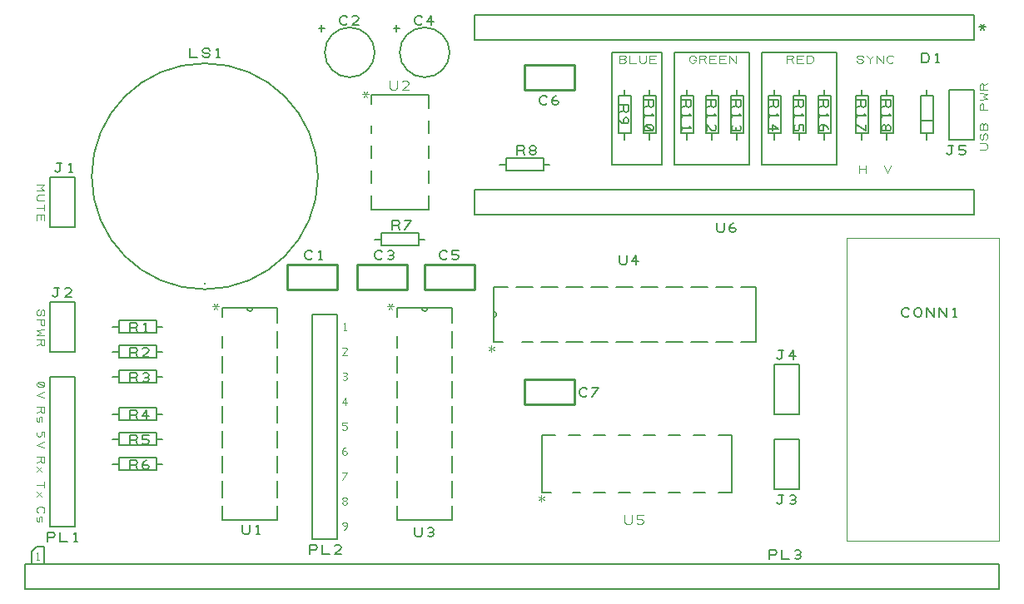
<source format=gbr>
G04 DesignSpark PCB Gerber Version 10.0 Build 5299*
G04 #@! TF.Part,Single*
G04 #@! TF.FileFunction,Legend,Top*
G04 #@! TF.FilePolarity,Positive*
%FSLAX35Y35*%
%MOIN*%
%ADD92C,0.00300*%
%ADD93C,0.00394*%
%ADD79C,0.00400*%
%ADD10C,0.00500*%
%ADD84C,0.00600*%
%ADD95C,0.00787*%
%ADD94C,0.00800*%
%ADD11C,0.01000*%
G04 #@! TD.AperFunction*
X0Y0D02*
D02*
D10*
X44250Y15250D02*
X434250D01*
Y25250D01*
X44250D01*
Y15250D01*
X46750Y25250D02*
X51750D01*
Y32250D01*
X48750D01*
X46750Y30250D01*
Y25250D01*
X53250Y34187D02*
Y37937D01*
X55437D01*
X56063Y37625D01*
X56375Y37000D01*
X56063Y36375D01*
X55437Y36063D01*
X53250D01*
X58250Y37937D02*
Y34187D01*
X61375D01*
X63875D02*
X65125D01*
X64500D02*
Y37937D01*
X63875Y37313D01*
X55250Y132813D02*
X55563Y132500D01*
X56187Y132187D01*
X56813Y132500D01*
X57125Y132813D01*
Y135937D01*
X57750D01*
X57125D02*
X55875D01*
X62750Y132187D02*
X60250D01*
X62437Y134375D01*
X62750Y135000D01*
X62437Y135625D01*
X61813Y135937D01*
X60875D01*
X60250Y135625D01*
X56250Y182813D02*
X56563Y182500D01*
X57187Y182187D01*
X57813Y182500D01*
X58125Y182813D01*
Y185937D01*
X58750D01*
X58125D02*
X56875D01*
X61875Y182187D02*
X63125D01*
X62500D02*
Y185937D01*
X61875Y185313D01*
X81750Y65250D02*
X79250D01*
X81750Y75250D02*
X79250D01*
X81750Y85250D02*
X79250D01*
X81750Y100250D02*
X79250D01*
X81750Y110250D02*
X79250D01*
X81750Y120250D02*
X79250D01*
X86250Y63187D02*
Y66937D01*
X88437D01*
X89063Y66625D01*
X89375Y66000D01*
X89063Y65375D01*
X88437Y65063D01*
X86250D01*
X88437D02*
X89375Y63187D01*
X91250Y64125D02*
X91563Y64750D01*
X92187Y65063D01*
X92813D01*
X93437Y64750D01*
X93750Y64125D01*
X93437Y63500D01*
X92813Y63187D01*
X92187D01*
X91563Y63500D01*
X91250Y64125D01*
Y65063D01*
X91563Y66000D01*
X92187Y66625D01*
X92813Y66937D01*
X86250Y73187D02*
Y76937D01*
X88437D01*
X89063Y76625D01*
X89375Y76000D01*
X89063Y75375D01*
X88437Y75063D01*
X86250D01*
X88437D02*
X89375Y73187D01*
X91250Y73500D02*
X91875Y73187D01*
X92813D01*
X93437Y73500D01*
X93750Y74125D01*
Y74437D01*
X93437Y75063D01*
X92813Y75375D01*
X91250D01*
Y76937D01*
X93750D01*
X86250Y83187D02*
Y86937D01*
X88437D01*
X89063Y86625D01*
X89375Y86000D01*
X89063Y85375D01*
X88437Y85063D01*
X86250D01*
X88437D02*
X89375Y83187D01*
X92813D02*
Y86937D01*
X91250Y84437D01*
X93750D01*
X86250Y98187D02*
Y101937D01*
X88437D01*
X89063Y101625D01*
X89375Y101000D01*
X89063Y100375D01*
X88437Y100063D01*
X86250D01*
X88437D02*
X89375Y98187D01*
X91563Y98500D02*
X92187Y98187D01*
X92813D01*
X93437Y98500D01*
X93750Y99125D01*
X93437Y99750D01*
X92813Y100063D01*
X92187D01*
X92813D02*
X93437Y100375D01*
X93750Y101000D01*
X93437Y101625D01*
X92813Y101937D01*
X92187D01*
X91563Y101625D01*
X86250Y108187D02*
Y111937D01*
X88437D01*
X89063Y111625D01*
X89375Y111000D01*
X89063Y110375D01*
X88437Y110063D01*
X86250D01*
X88437D02*
X89375Y108187D01*
X93750D02*
X91250D01*
X93437Y110375D01*
X93750Y111000D01*
X93437Y111625D01*
X92813Y111937D01*
X91875D01*
X91250Y111625D01*
X86250Y118187D02*
Y121937D01*
X88437D01*
X89063Y121625D01*
X89375Y121000D01*
X89063Y120375D01*
X88437Y120063D01*
X86250D01*
X88437D02*
X89375Y118187D01*
X91875D02*
X93125D01*
X92500D02*
Y121937D01*
X91875Y121313D01*
X96750Y67750D02*
Y62750D01*
X81750D01*
Y67750D01*
X96750D01*
Y77750D02*
Y72750D01*
X81750D01*
Y77750D01*
X96750D01*
Y87750D02*
Y82750D01*
X81750D01*
Y87750D01*
X96750D01*
Y102750D02*
Y97750D01*
X81750D01*
Y102750D01*
X96750D01*
Y112750D02*
Y107750D01*
X81750D01*
Y112750D01*
X96750D01*
Y122750D02*
Y117750D01*
X81750D01*
Y122750D01*
X96750D01*
X99250Y65250D02*
X96750D01*
X99250Y75250D02*
X96750D01*
X99250Y85250D02*
X96750D01*
X99250Y100250D02*
X96750D01*
X99250Y110250D02*
X96750D01*
X99250Y120250D02*
X96750D01*
X110250Y231937D02*
Y228187D01*
X113375D01*
X115250Y229125D02*
X115563Y228500D01*
X116187Y228187D01*
X117437D01*
X118063Y228500D01*
X118375Y229125D01*
X118063Y229750D01*
X117437Y230063D01*
X116187D01*
X115563Y230375D01*
X115250Y231000D01*
X115563Y231625D01*
X116187Y231937D01*
X117437D01*
X118063Y231625D01*
X118375Y231000D01*
X120875Y228187D02*
X122125D01*
X121500D02*
Y231937D01*
X120875Y231313D01*
X131250Y40937D02*
Y38125D01*
X131563Y37500D01*
X132187Y37187D01*
X133437D01*
X134063Y37500D01*
X134375Y38125D01*
Y40937D01*
X136875Y37187D02*
X138125D01*
X137500D02*
Y40937D01*
X136875Y40313D01*
X159375Y147813D02*
X159063Y147500D01*
X158437Y147187D01*
X157500D01*
X156875Y147500D01*
X156563Y147813D01*
X156250Y148437D01*
Y149687D01*
X156563Y150313D01*
X156875Y150625D01*
X157500Y150937D01*
X158437D01*
X159063Y150625D01*
X159375Y150313D01*
X161875Y147187D02*
X163125D01*
X162500D02*
Y150937D01*
X161875Y150313D01*
X158250Y29187D02*
Y32937D01*
X160437D01*
X161063Y32625D01*
X161375Y32000D01*
X161063Y31375D01*
X160437Y31063D01*
X158250D01*
X163250Y32937D02*
Y29187D01*
X166375D01*
X170750D02*
X168250D01*
X170437Y31375D01*
X170750Y32000D01*
X170437Y32625D01*
X169813Y32937D01*
X168875D01*
X168250Y32625D01*
X161750Y239937D02*
X164250D01*
X163000Y238687D02*
Y241187D01*
X164250Y230250D02*
G75*
G02*
X174250Y240250I10000J0D01*
G01*
G75*
G02*
X184250Y230250I0J-10000D01*
G01*
G75*
G02*
X174250Y220250I-10000J0D01*
G01*
G75*
G02*
X164250Y230250I0J10000D01*
G01*
X173375Y241813D02*
X173063Y241500D01*
X172437Y241187D01*
X171500D01*
X170875Y241500D01*
X170563Y241813D01*
X170250Y242437D01*
Y243687D01*
X170563Y244313D01*
X170875Y244625D01*
X171500Y244937D01*
X172437D01*
X173063Y244625D01*
X173375Y244313D01*
X177750Y241187D02*
X175250D01*
X177437Y243375D01*
X177750Y244000D01*
X177437Y244625D01*
X176813Y244937D01*
X175875D01*
X175250Y244625D01*
X187375Y147813D02*
X187063Y147500D01*
X186437Y147187D01*
X185500D01*
X184875Y147500D01*
X184563Y147813D01*
X184250Y148437D01*
Y149687D01*
X184563Y150313D01*
X184875Y150625D01*
X185500Y150937D01*
X186437D01*
X187063Y150625D01*
X187375Y150313D01*
X189563Y147500D02*
X190187Y147187D01*
X190813D01*
X191437Y147500D01*
X191750Y148125D01*
X191437Y148750D01*
X190813Y149063D01*
X190187D01*
X190813D02*
X191437Y149375D01*
X191750Y150000D01*
X191437Y150625D01*
X190813Y150937D01*
X190187D01*
X189563Y150625D01*
X184250Y155250D02*
X186750D01*
Y152750D02*
Y157750D01*
X201750D01*
Y152750D01*
X186750D01*
X191250Y159187D02*
Y162937D01*
X193437D01*
X194063Y162625D01*
X194375Y162000D01*
X194063Y161375D01*
X193437Y161063D01*
X191250D01*
X193437D02*
X194375Y159187D01*
X196250D02*
X198750Y162937D01*
X196250D01*
X191750Y239937D02*
X194250D01*
X193000Y238687D02*
Y241187D01*
X194250Y230250D02*
G75*
G02*
X204250Y240250I10000J0D01*
G01*
G75*
G02*
X214250Y230250I0J-10000D01*
G01*
G75*
G02*
X204250Y220250I-10000J0D01*
G01*
G75*
G02*
X194250Y230250I0J10000D01*
G01*
X200250Y39937D02*
Y37125D01*
X200563Y36500D01*
X201187Y36187D01*
X202437D01*
X203063Y36500D01*
X203375Y37125D01*
Y39937D01*
X205563Y36500D02*
X206187Y36187D01*
X206813D01*
X207437Y36500D01*
X207750Y37125D01*
X207437Y37750D01*
X206813Y38063D01*
X206187D01*
X206813D02*
X207437Y38375D01*
X207750Y39000D01*
X207437Y39625D01*
X206813Y39937D01*
X206187D01*
X205563Y39625D01*
X203375Y241813D02*
X203063Y241500D01*
X202437Y241187D01*
X201500D01*
X200875Y241500D01*
X200563Y241813D01*
X200250Y242437D01*
Y243687D01*
X200563Y244313D01*
X200875Y244625D01*
X201500Y244937D01*
X202437D01*
X203063Y244625D01*
X203375Y244313D01*
X206813Y241187D02*
Y244937D01*
X205250Y242437D01*
X207750D01*
X201750Y155250D02*
X204250D01*
X213375Y147813D02*
X213063Y147500D01*
X212437Y147187D01*
X211500D01*
X210875Y147500D01*
X210563Y147813D01*
X210250Y148437D01*
Y149687D01*
X210563Y150313D01*
X210875Y150625D01*
X211500Y150937D01*
X212437D01*
X213063Y150625D01*
X213375Y150313D01*
X215250Y147500D02*
X215875Y147187D01*
X216813D01*
X217437Y147500D01*
X217750Y148125D01*
Y148437D01*
X217437Y149063D01*
X216813Y149375D01*
X215250D01*
Y150937D01*
X217750D01*
X236750Y185250D02*
X234250D01*
X241250Y189187D02*
Y192937D01*
X243437D01*
X244063Y192625D01*
X244375Y192000D01*
X244063Y191375D01*
X243437Y191063D01*
X241250D01*
X243437D02*
X244375Y189187D01*
X247187Y191063D02*
X247813D01*
X248437Y191375D01*
X248750Y192000D01*
X248437Y192625D01*
X247813Y192937D01*
X247187D01*
X246563Y192625D01*
X246250Y192000D01*
X246563Y191375D01*
X247187Y191063D01*
X246563Y190750D01*
X246250Y190125D01*
X246563Y189500D01*
X247187Y189187D01*
X247813D01*
X248437Y189500D01*
X248750Y190125D01*
X248437Y190750D01*
X247813Y191063D01*
X253375Y209813D02*
X253063Y209500D01*
X252437Y209187D01*
X251500D01*
X250875Y209500D01*
X250563Y209813D01*
X250250Y210437D01*
Y211687D01*
X250563Y212313D01*
X250875Y212625D01*
X251500Y212937D01*
X252437D01*
X253063Y212625D01*
X253375Y212313D01*
X255250Y210125D02*
X255563Y210750D01*
X256187Y211063D01*
X256813D01*
X257437Y210750D01*
X257750Y210125D01*
X257437Y209500D01*
X256813Y209187D01*
X256187D01*
X255563Y209500D01*
X255250Y210125D01*
Y211063D01*
X255563Y212000D01*
X256187Y212625D01*
X256813Y212937D01*
X251750Y187750D02*
Y182750D01*
X236750D01*
Y187750D01*
X251750D01*
X254250Y185250D02*
X251750D01*
X269375Y92813D02*
X269063Y92500D01*
X268437Y92187D01*
X267500D01*
X266875Y92500D01*
X266563Y92813D01*
X266250Y93437D01*
Y94687D01*
X266563Y95313D01*
X266875Y95625D01*
X267500Y95937D01*
X268437D01*
X269063Y95625D01*
X269375Y95313D01*
X271250Y92187D02*
X273750Y95937D01*
X271250D01*
X279250Y185250D02*
X299250D01*
Y230250D01*
X279250D01*
Y185250D01*
X282187Y209250D02*
X285937D01*
Y207063D01*
X285625Y206437D01*
X285000Y206125D01*
X284375Y206437D01*
X284063Y207063D01*
Y209250D01*
Y207063D02*
X282187Y206125D01*
Y203313D02*
X282500Y202687D01*
X283125Y202063D01*
X284063Y201750D01*
X285000D01*
X285625Y202063D01*
X285937Y202687D01*
Y203313D01*
X285625Y203937D01*
X285000Y204250D01*
X284375Y203937D01*
X284063Y203313D01*
Y202687D01*
X284375Y202063D01*
X285000Y201750D01*
X281750Y212750D02*
X286750D01*
Y197750D01*
X281750D01*
Y212750D01*
X282250Y148937D02*
Y146125D01*
X282563Y145500D01*
X283187Y145187D01*
X284437D01*
X285063Y145500D01*
X285375Y146125D01*
Y148937D01*
X288813Y145187D02*
Y148937D01*
X287250Y146437D01*
X289750D01*
X284250Y197750D02*
Y195250D01*
Y215250D02*
Y212750D01*
X292187Y211250D02*
X295937D01*
Y209063D01*
X295625Y208437D01*
X295000Y208125D01*
X294375Y208437D01*
X294063Y209063D01*
Y211250D01*
Y209063D02*
X292187Y208125D01*
Y205625D02*
Y204375D01*
Y205000D02*
X295937D01*
X295313Y205625D01*
X292500Y200937D02*
X292187Y200313D01*
Y199687D01*
X292500Y199063D01*
X293125Y198750D01*
X295000D01*
X295625Y199063D01*
X295937Y199687D01*
Y200313D01*
X295625Y200937D01*
X295000Y201250D01*
X293125D01*
X292500Y200937D01*
X295625Y199063D01*
X291750Y212750D02*
X296750D01*
Y197750D01*
X291750D01*
Y212750D01*
X294250Y197750D02*
Y195250D01*
Y215250D02*
Y212750D01*
X304250Y185250D02*
X334250D01*
Y230250D01*
X304250D01*
Y185250D01*
X307187Y211250D02*
X310937D01*
Y209063D01*
X310625Y208437D01*
X310000Y208125D01*
X309375Y208437D01*
X309063Y209063D01*
Y211250D01*
Y209063D02*
X307187Y208125D01*
Y205625D02*
Y204375D01*
Y205000D02*
X310937D01*
X310313Y205625D01*
X307187Y200625D02*
Y199375D01*
Y200000D02*
X310937D01*
X310313Y200625D01*
X306750Y212750D02*
X311750D01*
Y197750D01*
X306750D01*
Y212750D01*
X309250Y197750D02*
Y195250D01*
Y215250D02*
Y212750D01*
X317187Y211250D02*
X320937D01*
Y209063D01*
X320625Y208437D01*
X320000Y208125D01*
X319375Y208437D01*
X319063Y209063D01*
Y211250D01*
Y209063D02*
X317187Y208125D01*
Y205625D02*
Y204375D01*
Y205000D02*
X320937D01*
X320313Y205625D01*
X317187Y198750D02*
Y201250D01*
X319375Y199063D01*
X320000Y198750D01*
X320625Y199063D01*
X320937Y199687D01*
Y200625D01*
X320625Y201250D01*
X316750Y212750D02*
X321750D01*
Y197750D01*
X316750D01*
Y212750D01*
X319250Y197750D02*
Y195250D01*
Y215250D02*
Y212750D01*
X321250Y161937D02*
Y159125D01*
X321563Y158500D01*
X322187Y158187D01*
X323437D01*
X324063Y158500D01*
X324375Y159125D01*
Y161937D01*
X326250Y159125D02*
X326563Y159750D01*
X327187Y160063D01*
X327813D01*
X328437Y159750D01*
X328750Y159125D01*
X328437Y158500D01*
X327813Y158187D01*
X327187D01*
X326563Y158500D01*
X326250Y159125D01*
Y160063D01*
X326563Y161000D01*
X327187Y161625D01*
X327813Y161937D01*
X327187Y211250D02*
X330937D01*
Y209063D01*
X330625Y208437D01*
X330000Y208125D01*
X329375Y208437D01*
X329063Y209063D01*
Y211250D01*
Y209063D02*
X327187Y208125D01*
Y205625D02*
Y204375D01*
Y205000D02*
X330937D01*
X330313Y205625D01*
X327500Y200937D02*
X327187Y200313D01*
Y199687D01*
X327500Y199063D01*
X328125Y198750D01*
X328750Y199063D01*
X329063Y199687D01*
Y200313D01*
Y199687D02*
X329375Y199063D01*
X330000Y198750D01*
X330625Y199063D01*
X330937Y199687D01*
Y200313D01*
X330625Y200937D01*
X326750Y212750D02*
X331750D01*
Y197750D01*
X326750D01*
Y212750D01*
X329250Y197750D02*
Y195250D01*
Y215250D02*
Y212750D01*
X339250Y185250D02*
X369250D01*
Y230250D01*
X339250D01*
Y185250D01*
X342187Y211250D02*
X345937D01*
Y209063D01*
X345625Y208437D01*
X345000Y208125D01*
X344375Y208437D01*
X344063Y209063D01*
Y211250D01*
Y209063D02*
X342187Y208125D01*
Y205625D02*
Y204375D01*
Y205000D02*
X345937D01*
X345313Y205625D01*
X342187Y199687D02*
X345937D01*
X343437Y201250D01*
Y198750D01*
X341750Y212750D02*
X346750D01*
Y197750D01*
X341750D01*
Y212750D01*
X342250Y27187D02*
Y30937D01*
X344437D01*
X345063Y30625D01*
X345375Y30000D01*
X345063Y29375D01*
X344437Y29063D01*
X342250D01*
X347250Y30937D02*
Y27187D01*
X350375D01*
X352563Y27500D02*
X353187Y27187D01*
X353813D01*
X354437Y27500D01*
X354750Y28125D01*
X354437Y28750D01*
X353813Y29063D01*
X353187D01*
X353813D02*
X354437Y29375D01*
X354750Y30000D01*
X354437Y30625D01*
X353813Y30937D01*
X353187D01*
X352563Y30625D01*
X344250Y197750D02*
Y195250D01*
Y215250D02*
Y212750D01*
X345250Y49813D02*
X345563Y49500D01*
X346187Y49187D01*
X346813Y49500D01*
X347125Y49813D01*
Y52937D01*
X347750D01*
X347125D02*
X345875D01*
X350563Y49500D02*
X351187Y49187D01*
X351813D01*
X352437Y49500D01*
X352750Y50125D01*
X352437Y50750D01*
X351813Y51063D01*
X351187D01*
X351813D02*
X352437Y51375D01*
X352750Y52000D01*
X352437Y52625D01*
X351813Y52937D01*
X351187D01*
X350563Y52625D01*
X345250Y107813D02*
X345563Y107500D01*
X346187Y107187D01*
X346813Y107500D01*
X347125Y107813D01*
Y110937D01*
X347750D01*
X347125D02*
X345875D01*
X351813Y107187D02*
Y110937D01*
X350250Y108437D01*
X352750D01*
X352187Y211250D02*
X355937D01*
Y209063D01*
X355625Y208437D01*
X355000Y208125D01*
X354375Y208437D01*
X354063Y209063D01*
Y211250D01*
Y209063D02*
X352187Y208125D01*
Y205625D02*
Y204375D01*
Y205000D02*
X355937D01*
X355313Y205625D01*
X352500Y201250D02*
X352187Y200625D01*
Y199687D01*
X352500Y199063D01*
X353125Y198750D01*
X353437D01*
X354063Y199063D01*
X354375Y199687D01*
Y201250D01*
X355937D01*
Y198750D01*
X351750Y212750D02*
X356750D01*
Y197750D01*
X351750D01*
Y212750D01*
X354250Y197750D02*
Y195250D01*
Y215250D02*
Y212750D01*
X362187Y211250D02*
X365937D01*
Y209063D01*
X365625Y208437D01*
X365000Y208125D01*
X364375Y208437D01*
X364063Y209063D01*
Y211250D01*
Y209063D02*
X362187Y208125D01*
Y205625D02*
Y204375D01*
Y205000D02*
X365937D01*
X365313Y205625D01*
X363125Y201250D02*
X363750Y200937D01*
X364063Y200313D01*
Y199687D01*
X363750Y199063D01*
X363125Y198750D01*
X362500Y199063D01*
X362187Y199687D01*
Y200313D01*
X362500Y200937D01*
X363125Y201250D01*
X364063D01*
X365000Y200937D01*
X365625Y200313D01*
X365937Y199687D01*
X361750Y212750D02*
X366750D01*
Y197750D01*
X361750D01*
Y212750D01*
X364250Y197750D02*
Y195250D01*
Y215250D02*
Y212750D01*
X377187Y211250D02*
X380937D01*
Y209063D01*
X380625Y208437D01*
X380000Y208125D01*
X379375Y208437D01*
X379063Y209063D01*
Y211250D01*
Y209063D02*
X377187Y208125D01*
Y205625D02*
Y204375D01*
Y205000D02*
X380937D01*
X380313Y205625D01*
X377187Y201250D02*
X380937Y198750D01*
Y201250D01*
X376750Y212750D02*
X381750D01*
Y197750D01*
X376750D01*
Y212750D01*
X379250Y197750D02*
Y195250D01*
Y215250D02*
Y212750D01*
X387187Y211250D02*
X390937D01*
Y209063D01*
X390625Y208437D01*
X390000Y208125D01*
X389375Y208437D01*
X389063Y209063D01*
Y211250D01*
Y209063D02*
X387187Y208125D01*
Y205625D02*
Y204375D01*
Y205000D02*
X390937D01*
X390313Y205625D01*
X389063Y200313D02*
Y199687D01*
X389375Y199063D01*
X390000Y198750D01*
X390625Y199063D01*
X390937Y199687D01*
Y200313D01*
X390625Y200937D01*
X390000Y201250D01*
X389375Y200937D01*
X389063Y200313D01*
X388750Y200937D01*
X388125Y201250D01*
X387500Y200937D01*
X387187Y200313D01*
Y199687D01*
X387500Y199063D01*
X388125Y198750D01*
X388750Y199063D01*
X389063Y199687D01*
X386750Y212750D02*
X391750D01*
Y197750D01*
X386750D01*
Y212750D01*
X389250Y197750D02*
Y195250D01*
Y215250D02*
Y212750D01*
X398375Y124813D02*
X398063Y124500D01*
X397437Y124187D01*
X396500D01*
X395875Y124500D01*
X395563Y124813D01*
X395250Y125437D01*
Y126687D01*
X395563Y127313D01*
X395875Y127625D01*
X396500Y127937D01*
X397437D01*
X398063Y127625D01*
X398375Y127313D01*
X400250Y125437D02*
Y126687D01*
X400563Y127313D01*
X400875Y127625D01*
X401500Y127937D01*
X402125D01*
X402750Y127625D01*
X403063Y127313D01*
X403375Y126687D01*
Y125437D01*
X403063Y124813D01*
X402750Y124500D01*
X402125Y124187D01*
X401500D01*
X400875Y124500D01*
X400563Y124813D01*
X400250Y125437D01*
X405250Y124187D02*
Y127937D01*
X408375Y124187D01*
Y127937D01*
X410250Y124187D02*
Y127937D01*
X413375Y124187D01*
Y127937D01*
X415875Y124187D02*
X417125D01*
X416500D02*
Y127937D01*
X415875Y127313D01*
X402750Y202750D02*
X407750D01*
Y197750D01*
X402750D01*
Y202750D01*
Y212750D02*
X407750D01*
Y197750D01*
X402750D01*
Y212750D01*
X403250Y226187D02*
Y229937D01*
X405125D01*
X405750Y229625D01*
X406063Y229313D01*
X406375Y228687D01*
Y227437D01*
X406063Y226813D01*
X405750Y226500D01*
X405125Y226187D01*
X403250D01*
X408875D02*
X410125D01*
X409500D02*
Y229937D01*
X408875Y229313D01*
X405250Y197750D02*
Y195250D01*
Y215250D02*
Y212750D01*
X413250Y189813D02*
X413563Y189500D01*
X414187Y189187D01*
X414813Y189500D01*
X415125Y189813D01*
Y192937D01*
X415750D01*
X415125D02*
X413875D01*
X418250Y189500D02*
X418875Y189187D01*
X419813D01*
X420437Y189500D01*
X420750Y190125D01*
Y190437D01*
X420437Y191063D01*
X419813Y191375D01*
X418250D01*
Y192937D01*
X420750D01*
X426250Y240437D02*
X428750D01*
X426875Y239187D02*
X428125Y241687D01*
X426875D02*
X428125Y239187D01*
D02*
D11*
X169250Y145250D02*
X149250D01*
Y135250D01*
X169250D01*
Y145250D01*
X197250D02*
X177250D01*
Y135250D01*
X197250D01*
Y145250D01*
X204250Y135250D02*
X224250D01*
Y145250D01*
X204250D01*
Y135250D01*
X244250Y89250D02*
X264250D01*
Y99250D01*
X244250D01*
Y89250D01*
Y215250D02*
X264250D01*
Y225250D01*
X244250D01*
Y215250D01*
D02*
D79*
X48750Y27000D02*
X49750D01*
X49250D02*
Y30000D01*
X48750Y29500D01*
X49500Y45750D02*
X49250Y46000D01*
X49000Y46500D01*
Y47250D01*
X49250Y47750D01*
X49500Y48000D01*
X50000Y48250D01*
X51000D01*
X51500Y48000D01*
X51750Y47750D01*
X52000Y47250D01*
Y46500D01*
X51750Y46000D01*
X51500Y45750D01*
X49250Y44250D02*
X49000Y43750D01*
Y42750D01*
X49250Y42250D01*
X49750D01*
X50000Y42750D01*
Y43750D01*
X50250Y44250D01*
X50750D01*
X51000Y43750D01*
Y42750D01*
X50750Y42250D01*
X49000Y57000D02*
X52000D01*
Y58250D02*
Y55750D01*
X49000Y54250D02*
X51000Y52250D01*
X49000D02*
X51000Y54250D01*
X49000Y68250D02*
X52000D01*
Y66500D01*
X51750Y66000D01*
X51250Y65750D01*
X50750Y66000D01*
X50500Y66500D01*
Y68250D01*
Y66500D02*
X49000Y65750D01*
Y64250D02*
X51000Y62250D01*
X49000D02*
X51000Y64250D01*
X49250Y78250D02*
X49000Y77750D01*
Y77000D01*
X49250Y76500D01*
X49750Y76250D01*
X50000D01*
X50500Y76500D01*
X50750Y77000D01*
Y78250D01*
X52000D01*
Y76250D01*
Y74250D02*
X49000Y73000D01*
X52000Y71750D01*
X49000Y88250D02*
X52000D01*
Y86500D01*
X51750Y86000D01*
X51250Y85750D01*
X50750Y86000D01*
X50500Y86500D01*
Y88250D01*
Y86500D02*
X49000Y85750D01*
X49250Y84250D02*
X49000Y83750D01*
Y82750D01*
X49250Y82250D01*
X49750D01*
X50000Y82750D01*
Y83750D01*
X50250Y84250D01*
X50750D01*
X51000Y83750D01*
Y82750D01*
X50750Y82250D01*
X49250Y98000D02*
X49000Y97500D01*
Y97000D01*
X49250Y96500D01*
X49750Y96250D01*
X51250D01*
X51750Y96500D01*
X52000Y97000D01*
Y97500D01*
X51750Y98000D01*
X51250Y98250D01*
X49750D01*
X49250Y98000D01*
X51750Y96500D01*
X52000Y94250D02*
X49000Y93000D01*
X52000Y91750D01*
X49750Y127250D02*
X49250Y127000D01*
X49000Y126500D01*
Y125500D01*
X49250Y125000D01*
X49750Y124750D01*
X50250Y125000D01*
X50500Y125500D01*
Y126500D01*
X50750Y127000D01*
X51250Y127250D01*
X51750Y127000D01*
X52000Y126500D01*
Y125500D01*
X51750Y125000D01*
X51250Y124750D01*
X49000Y123250D02*
X52000D01*
Y121500D01*
X51750Y121000D01*
X51250Y120750D01*
X50750Y121000D01*
X50500Y121500D01*
Y123250D01*
X52000Y119250D02*
X49000Y119000D01*
X50500Y118000D01*
X49000Y117000D01*
X52000Y116750D01*
X49000Y115250D02*
X52000D01*
Y113500D01*
X51750Y113000D01*
X51250Y112750D01*
X50750Y113000D01*
X50500Y113500D01*
Y115250D01*
Y113500D02*
X49000Y112750D01*
Y177250D02*
X52000D01*
X50500Y176000D01*
X52000Y174750D01*
X49000D01*
X52000Y173250D02*
X49750D01*
X49250Y173000D01*
X49000Y172500D01*
Y171500D01*
X49250Y171000D01*
X49750Y170750D01*
X52000D01*
X49000Y168000D02*
X52000D01*
Y169250D02*
Y166750D01*
X49000Y165250D02*
X52000D01*
Y162750D01*
X50500Y163250D02*
Y165250D01*
X49000D02*
Y162750D01*
X172000Y39000D02*
X172500Y39250D01*
X173000Y39750D01*
X173250Y40500D01*
Y41250D01*
X173000Y41750D01*
X172500Y42000D01*
X172000D01*
X171500Y41750D01*
X171250Y41250D01*
X171500Y40750D01*
X172000Y40500D01*
X172500D01*
X173000Y40750D01*
X173250Y41250D01*
X172000Y50500D02*
X172500D01*
X173000Y50750D01*
X173250Y51250D01*
X173000Y51750D01*
X172500Y52000D01*
X172000D01*
X171500Y51750D01*
X171250Y51250D01*
X171500Y50750D01*
X172000Y50500D01*
X171500Y50250D01*
X171250Y49750D01*
X171500Y49250D01*
X172000Y49000D01*
X172500D01*
X173000Y49250D01*
X173250Y49750D01*
X173000Y50250D01*
X172500Y50500D01*
X171250Y59000D02*
X173250Y62000D01*
X171250D01*
Y69750D02*
X171500Y70250D01*
X172000Y70500D01*
X172500D01*
X173000Y70250D01*
X173250Y69750D01*
X173000Y69250D01*
X172500Y69000D01*
X172000D01*
X171500Y69250D01*
X171250Y69750D01*
Y70500D01*
X171500Y71250D01*
X172000Y71750D01*
X172500Y72000D01*
X171250Y79250D02*
X171750Y79000D01*
X172500D01*
X173000Y79250D01*
X173250Y79750D01*
Y80000D01*
X173000Y80500D01*
X172500Y80750D01*
X171250D01*
Y82000D01*
X173250D01*
X172500Y89000D02*
Y92000D01*
X171250Y90000D01*
X173250D01*
X171500Y99250D02*
X172000Y99000D01*
X172500D01*
X173000Y99250D01*
X173250Y99750D01*
X173000Y100250D01*
X172500Y100500D01*
X172000D01*
X172500D02*
X173000Y100750D01*
X173250Y101250D01*
X173000Y101750D01*
X172500Y102000D01*
X172000D01*
X171500Y101750D01*
X173250Y109000D02*
X171250D01*
X173000Y110750D01*
X173250Y111250D01*
X173000Y111750D01*
X172500Y112000D01*
X171750D01*
X171250Y111750D01*
X171750Y119000D02*
X172750D01*
X172250D02*
Y122000D01*
X171750Y121500D01*
X284000Y227500D02*
X284500Y227250D01*
X284750Y226750D01*
X284500Y226250D01*
X284000Y226000D01*
X282250D01*
Y229000D01*
X284000D01*
X284500Y228750D01*
X284750Y228250D01*
X284500Y227750D01*
X284000Y227500D01*
X282250D01*
X286250Y229000D02*
Y226000D01*
X288750D01*
X290250Y229000D02*
Y226750D01*
X290500Y226250D01*
X291000Y226000D01*
X292000D01*
X292500Y226250D01*
X292750Y226750D01*
Y229000D01*
X294250Y226000D02*
Y229000D01*
X296750D01*
X296250Y227500D02*
X294250D01*
Y226000D02*
X296750D01*
X312000Y227250D02*
X312750D01*
Y227000D01*
X312500Y226500D01*
X312250Y226250D01*
X311750Y226000D01*
X311250D01*
X310750Y226250D01*
X310500Y226500D01*
X310250Y227000D01*
Y228000D01*
X310500Y228500D01*
X310750Y228750D01*
X311250Y229000D01*
X311750D01*
X312250Y228750D01*
X312500Y228500D01*
X312750Y228000D01*
X314250Y226000D02*
Y229000D01*
X316000D01*
X316500Y228750D01*
X316750Y228250D01*
X316500Y227750D01*
X316000Y227500D01*
X314250D01*
X316000D02*
X316750Y226000D01*
X318250D02*
Y229000D01*
X320750D01*
X320250Y227500D02*
X318250D01*
Y226000D02*
X320750D01*
X322250D02*
Y229000D01*
X324750D01*
X324250Y227500D02*
X322250D01*
Y226000D02*
X324750D01*
X326250D02*
Y229000D01*
X328750Y226000D01*
Y229000D01*
X349250Y226000D02*
Y229000D01*
X351000D01*
X351500Y228750D01*
X351750Y228250D01*
X351500Y227750D01*
X351000Y227500D01*
X349250D01*
X351000D02*
X351750Y226000D01*
X353250D02*
Y229000D01*
X355750D01*
X355250Y227500D02*
X353250D01*
Y226000D02*
X355750D01*
X357250D02*
Y229000D01*
X358750D01*
X359250Y228750D01*
X359500Y228500D01*
X359750Y228000D01*
Y227000D01*
X359500Y226500D01*
X359250Y226250D01*
X358750Y226000D01*
X357250D01*
X377250Y226750D02*
X377500Y226250D01*
X378000Y226000D01*
X379000D01*
X379500Y226250D01*
X379750Y226750D01*
X379500Y227250D01*
X379000Y227500D01*
X378000D01*
X377500Y227750D01*
X377250Y228250D01*
X377500Y228750D01*
X378000Y229000D01*
X379000D01*
X379500Y228750D01*
X379750Y228250D01*
X382500Y226000D02*
Y227500D01*
X381250Y229000D01*
X382500Y227500D02*
X383750Y229000D01*
X385250Y226000D02*
Y229000D01*
X387750Y226000D01*
Y229000D01*
X391750Y226500D02*
X391500Y226250D01*
X391000Y226000D01*
X390250D01*
X389750Y226250D01*
X389500Y226500D01*
X389250Y227000D01*
Y228000D01*
X389500Y228500D01*
X389750Y228750D01*
X390250Y229000D01*
X391000D01*
X391500Y228750D01*
X391750Y228500D01*
X378250Y182000D02*
Y185000D01*
Y183500D02*
X380750D01*
Y182000D02*
Y185000D01*
X388250D02*
X389500Y182000D01*
X390750Y185000D01*
X426500Y191250D02*
X428750D01*
X429250Y191500D01*
X429500Y192000D01*
Y193000D01*
X429250Y193500D01*
X428750Y193750D01*
X426500D01*
X428750Y195250D02*
X429250Y195500D01*
X429500Y196000D01*
Y197000D01*
X429250Y197500D01*
X428750Y197750D01*
X428250Y197500D01*
X428000Y197000D01*
Y196000D01*
X427750Y195500D01*
X427250Y195250D01*
X426750Y195500D01*
X426500Y196000D01*
Y197000D01*
X426750Y197500D01*
X427250Y197750D01*
X428000Y201000D02*
X428250Y201500D01*
X428750Y201750D01*
X429250Y201500D01*
X429500Y201000D01*
Y199250D01*
X426500D01*
Y201000D01*
X426750Y201500D01*
X427250Y201750D01*
X427750Y201500D01*
X428000Y201000D01*
Y199250D01*
X429500Y207250D02*
X426500D01*
Y209000D01*
X426750Y209500D01*
X427250Y209750D01*
X427750Y209500D01*
X428000Y209000D01*
Y207250D01*
X426500Y211250D02*
X429500Y211500D01*
X428000Y212500D01*
X429500Y213500D01*
X426500Y213750D01*
X429500Y215250D02*
X426500D01*
Y217000D01*
X426750Y217500D01*
X427250Y217750D01*
X427750Y217500D01*
X428000Y217000D01*
Y215250D01*
Y217000D02*
X429500Y217750D01*
D02*
D84*
X123250Y58645D02*
Y51855D01*
Y68645D02*
Y61855D01*
Y78645D02*
Y71855D01*
Y88645D02*
Y81855D01*
Y98645D02*
Y91855D01*
Y108645D02*
Y101855D01*
Y116404D02*
Y111855D01*
Y124096D02*
Y127750D01*
X145250D01*
Y121855D01*
X133050Y127750D02*
G75*
G03*
X135450I1200J0D01*
G01*
X145250Y48645D02*
Y42750D01*
X123250D01*
Y48645D01*
X145250Y51855D02*
Y58645D01*
Y61855D02*
Y68645D01*
Y71855D02*
Y78645D01*
Y81855D02*
Y88645D01*
Y91855D02*
Y98645D01*
Y101855D02*
Y108645D01*
Y111855D02*
Y118645D01*
X182750Y182735D02*
Y177765D01*
Y192735D02*
Y187765D01*
Y201039D02*
Y197765D01*
Y209461D02*
Y213250D01*
X205750D01*
Y207765D01*
X193250Y58645D02*
Y51855D01*
Y68645D02*
Y61855D01*
Y78645D02*
Y71855D01*
Y88645D02*
Y81855D01*
Y98645D02*
Y91855D01*
Y108645D02*
Y101855D01*
Y116404D02*
Y111855D01*
Y124096D02*
Y127750D01*
X215250D01*
Y121855D01*
X203050Y127750D02*
G75*
G03*
X205450I1200J0D01*
G01*
X205750Y172735D02*
Y167250D01*
X182750D01*
Y172735D01*
X205750Y177765D02*
Y182735D01*
Y187765D02*
Y192735D01*
Y197765D02*
Y202735D01*
X215250Y48645D02*
Y42750D01*
X193250D01*
Y48645D01*
X215250Y51855D02*
Y58645D01*
Y61855D02*
Y68645D01*
Y71855D02*
Y78645D01*
Y81855D02*
Y88645D01*
Y91855D02*
Y98645D01*
Y101855D02*
Y108645D01*
Y111855D02*
Y118645D01*
X231750Y124050D02*
G75*
G03*
Y126450I0J1200D01*
G01*
X235404Y114250D02*
X231750D01*
Y136250D01*
X237645D01*
X243096Y114250D02*
X247645D01*
Y136250D02*
X240855D01*
X250855Y114250D02*
X257645D01*
X255039Y53750D02*
X251250D01*
Y76750D01*
X256735D01*
X257645Y136250D02*
X250855D01*
X260855Y114250D02*
X267645D01*
X263461Y53750D02*
X266735D01*
Y76750D02*
X261765D01*
X267645Y136250D02*
X260855D01*
X270855Y114250D02*
X277645D01*
X271765Y53750D02*
X276735D01*
Y76750D02*
X271765D01*
X277645Y136250D02*
X270855D01*
X280855Y114250D02*
X287645D01*
X281765Y53750D02*
X286735D01*
Y76750D02*
X281765D01*
X287645Y136250D02*
X280855D01*
X290855Y114250D02*
X297645D01*
X291765Y53750D02*
X296735D01*
Y76750D02*
X291765D01*
X297645Y136250D02*
X290855D01*
X300855Y114250D02*
X307645D01*
X301765Y53750D02*
X306735D01*
Y76750D02*
X301765D01*
X307645Y136250D02*
X300855D01*
X310855Y114250D02*
X317645D01*
X311765Y53750D02*
X316735D01*
Y76750D02*
X311765D01*
X317645Y136250D02*
X310855D01*
X320855Y114250D02*
X327645D01*
X321765Y76750D02*
X327250D01*
Y53750D01*
X321765D01*
X327645Y136250D02*
X320855D01*
X330855D02*
X336750D01*
Y114250D01*
X330855D01*
D02*
D92*
X119250Y128437D02*
X121750D01*
X119875Y127187D02*
X121125Y129687D01*
X119875D02*
X121125Y127187D01*
X179250Y213437D02*
X181750D01*
X179875Y212187D02*
X181125Y214687D01*
X179875D02*
X181125Y212187D01*
X189250Y128437D02*
X191750D01*
X189875Y127187D02*
X191125Y129687D01*
X189875D02*
X191125Y127187D01*
X190250Y218937D02*
Y216125D01*
X190563Y215500D01*
X191187Y215187D01*
X192437D01*
X193063Y215500D01*
X193375Y216125D01*
Y218937D01*
X197750Y215187D02*
X195250D01*
X197437Y217375D01*
X197750Y218000D01*
X197437Y218625D01*
X196813Y218937D01*
X195875D01*
X195250Y218625D01*
X231063Y110250D02*
Y112750D01*
X232313Y110875D02*
X229813Y112125D01*
Y110875D02*
X232313Y112125D01*
X251063Y50250D02*
Y52750D01*
X252313Y50875D02*
X249813Y52125D01*
Y50875D02*
X252313Y52125D01*
X284250Y44937D02*
Y42125D01*
X284563Y41500D01*
X285187Y41187D01*
X286437D01*
X287063Y41500D01*
X287375Y42125D01*
Y44937D01*
X289250Y41500D02*
X289875Y41187D01*
X290813D01*
X291437Y41500D01*
X291750Y42125D01*
Y42437D01*
X291437Y43063D01*
X290813Y43375D01*
X289250D01*
Y44937D01*
X291750D01*
D02*
D93*
X373108Y34612D02*
Y155911D01*
X434250D01*
Y34612D01*
X373108D01*
D02*
D94*
X54250Y100250D02*
Y40250D01*
X64250D01*
Y100250D01*
X54250D01*
X64250Y110250D02*
Y130250D01*
X54250D01*
Y110250D01*
X64250D01*
Y160250D02*
Y180250D01*
X54250D01*
Y160250D01*
X64250D01*
X159250Y125250D02*
Y35250D01*
X169250D01*
Y125250D01*
X159250D01*
X344250Y75250D02*
Y55250D01*
X354250D01*
Y75250D01*
X344250D01*
X354250Y85250D02*
Y105250D01*
X344250D01*
Y85250D01*
X354250D01*
X414250Y215250D02*
Y195250D01*
X424250D01*
Y215250D01*
X414250D01*
X424250Y175250D02*
X224250D01*
Y165250D01*
X424250D01*
Y175250D01*
Y245250D02*
X224250D01*
Y235250D01*
X424250D01*
Y245250D01*
D02*
D95*
X70974Y184935D02*
X116250Y137297D02*
G75*
G03*
Y137691I0J197D01*
G01*
Y137297D02*
G75*
G02*
Y137691I0J197D01*
G01*
Y137297D02*
Y137691D02*
G75*
G02*
Y137297I0J-197D01*
G01*
X161526Y180604D02*
G75*
G03*
X70974I-45276J0D01*
G01*
X161526D02*
G75*
G02*
X70974I-45276J0D01*
G01*
X161526Y184935D02*
X0Y0D02*
M02*

</source>
